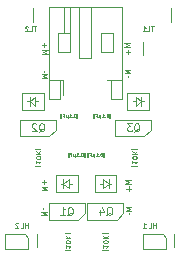
<source format=gbr>
%TF.GenerationSoftware,Flux,Pcbnew,7.0.11-7.0.11~ubuntu20.04.1*%
%TF.CreationDate,2025-02-07T02:19:33+00:00*%
%TF.ProjectId,input,696e7075-742e-46b6-9963-61645f706362,rev?*%
%TF.SameCoordinates,Original*%
%TF.FileFunction,Legend,Bot*%
%TF.FilePolarity,Positive*%
%FSLAX46Y46*%
G04 Gerber Fmt 4.6, Leading zero omitted, Abs format (unit mm)*
G04 Filename: imu-plus-motor-driver-2*
G04 Build it with Flux! Visit our site at: https://www.flux.ai (PCBNEW 7.0.11-7.0.11~ubuntu20.04.1) date 2025-02-07 02:19:33*
%MOMM*%
%LPD*%
G01*
G04 APERTURE LIST*
%ADD10C,0.095000*%
%ADD11C,0.047500*%
%ADD12C,0.076000*%
%ADD13C,0.033250*%
%ADD14C,0.057000*%
%ADD15C,0.127000*%
%ADD16C,0.100000*%
%ADD17C,0.120000*%
G04 APERTURE END LIST*
D10*
D11*
X-736377Y-7208388D02*
X-736377Y-7436959D01*
X-736377Y-7322673D02*
X-336377Y-7322673D01*
X-336377Y-7322673D02*
X-393520Y-7360769D01*
X-393520Y-7360769D02*
X-431615Y-7398864D01*
X-431615Y-7398864D02*
X-450663Y-7436959D01*
X-336377Y-6960769D02*
X-336377Y-6922674D01*
X-336377Y-6922674D02*
X-355425Y-6884578D01*
X-355425Y-6884578D02*
X-374472Y-6865531D01*
X-374472Y-6865531D02*
X-412568Y-6846483D01*
X-412568Y-6846483D02*
X-488758Y-6827436D01*
X-488758Y-6827436D02*
X-583996Y-6827436D01*
X-583996Y-6827436D02*
X-660187Y-6846483D01*
X-660187Y-6846483D02*
X-698282Y-6865531D01*
X-698282Y-6865531D02*
X-717330Y-6884578D01*
X-717330Y-6884578D02*
X-736377Y-6922674D01*
X-736377Y-6922674D02*
X-736377Y-6960769D01*
X-736377Y-6960769D02*
X-717330Y-6998864D01*
X-717330Y-6998864D02*
X-698282Y-7017912D01*
X-698282Y-7017912D02*
X-660187Y-7036959D01*
X-660187Y-7036959D02*
X-583996Y-7056007D01*
X-583996Y-7056007D02*
X-488758Y-7056007D01*
X-488758Y-7056007D02*
X-412568Y-7036959D01*
X-412568Y-7036959D02*
X-374472Y-7017912D01*
X-374472Y-7017912D02*
X-355425Y-6998864D01*
X-355425Y-6998864D02*
X-336377Y-6960769D01*
X-736377Y-6656007D02*
X-336377Y-6656007D01*
X-736377Y-6427436D02*
X-507806Y-6598865D01*
X-336377Y-6427436D02*
X-564949Y-6656007D01*
D10*
D11*
X-6444177Y-76088D02*
X-6444177Y-304659D01*
X-6444177Y-190373D02*
X-6044177Y-190373D01*
X-6044177Y-190373D02*
X-6101320Y-228469D01*
X-6101320Y-228469D02*
X-6139415Y-266564D01*
X-6139415Y-266564D02*
X-6158463Y-304659D01*
X-6044177Y171530D02*
X-6044177Y209625D01*
X-6044177Y209625D02*
X-6063225Y247721D01*
X-6063225Y247721D02*
X-6082272Y266768D01*
X-6082272Y266768D02*
X-6120368Y285816D01*
X-6120368Y285816D02*
X-6196558Y304863D01*
X-6196558Y304863D02*
X-6291796Y304863D01*
X-6291796Y304863D02*
X-6367987Y285816D01*
X-6367987Y285816D02*
X-6406082Y266768D01*
X-6406082Y266768D02*
X-6425130Y247721D01*
X-6425130Y247721D02*
X-6444177Y209625D01*
X-6444177Y209625D02*
X-6444177Y171530D01*
X-6444177Y171530D02*
X-6425130Y133435D01*
X-6425130Y133435D02*
X-6406082Y114387D01*
X-6406082Y114387D02*
X-6367987Y95340D01*
X-6367987Y95340D02*
X-6291796Y76292D01*
X-6291796Y76292D02*
X-6196558Y76292D01*
X-6196558Y76292D02*
X-6120368Y95340D01*
X-6120368Y95340D02*
X-6082272Y114387D01*
X-6082272Y114387D02*
X-6063225Y133435D01*
X-6063225Y133435D02*
X-6044177Y171530D01*
X-6444177Y476292D02*
X-6044177Y476292D01*
X-6444177Y704863D02*
X-6215606Y533434D01*
X-6044177Y704863D02*
X-6272749Y476292D01*
D10*
D11*
X1717022Y-76088D02*
X1717022Y-304659D01*
X1717022Y-190373D02*
X2117022Y-190373D01*
X2117022Y-190373D02*
X2059879Y-228469D01*
X2059879Y-228469D02*
X2021784Y-266564D01*
X2021784Y-266564D02*
X2002736Y-304659D01*
X2117022Y171530D02*
X2117022Y209625D01*
X2117022Y209625D02*
X2097974Y247721D01*
X2097974Y247721D02*
X2078927Y266768D01*
X2078927Y266768D02*
X2040831Y285816D01*
X2040831Y285816D02*
X1964641Y304863D01*
X1964641Y304863D02*
X1869403Y304863D01*
X1869403Y304863D02*
X1793212Y285816D01*
X1793212Y285816D02*
X1755117Y266768D01*
X1755117Y266768D02*
X1736070Y247721D01*
X1736070Y247721D02*
X1717022Y209625D01*
X1717022Y209625D02*
X1717022Y171530D01*
X1717022Y171530D02*
X1736070Y133435D01*
X1736070Y133435D02*
X1755117Y114387D01*
X1755117Y114387D02*
X1793212Y95340D01*
X1793212Y95340D02*
X1869403Y76292D01*
X1869403Y76292D02*
X1964641Y76292D01*
X1964641Y76292D02*
X2040831Y95340D01*
X2040831Y95340D02*
X2078927Y114387D01*
X2078927Y114387D02*
X2097974Y133435D01*
X2097974Y133435D02*
X2117022Y171530D01*
X1717022Y476292D02*
X2117022Y476292D01*
X1717022Y704863D02*
X1945593Y533434D01*
X2117022Y704863D02*
X1888450Y476292D01*
D10*
D11*
X-3914877Y-7208388D02*
X-3914877Y-7436959D01*
X-3914877Y-7322673D02*
X-3514877Y-7322673D01*
X-3514877Y-7322673D02*
X-3572020Y-7360769D01*
X-3572020Y-7360769D02*
X-3610115Y-7398864D01*
X-3610115Y-7398864D02*
X-3629163Y-7436959D01*
X-3514877Y-6960769D02*
X-3514877Y-6922674D01*
X-3514877Y-6922674D02*
X-3533925Y-6884578D01*
X-3533925Y-6884578D02*
X-3552972Y-6865531D01*
X-3552972Y-6865531D02*
X-3591068Y-6846483D01*
X-3591068Y-6846483D02*
X-3667258Y-6827436D01*
X-3667258Y-6827436D02*
X-3762496Y-6827436D01*
X-3762496Y-6827436D02*
X-3838687Y-6846483D01*
X-3838687Y-6846483D02*
X-3876782Y-6865531D01*
X-3876782Y-6865531D02*
X-3895830Y-6884578D01*
X-3895830Y-6884578D02*
X-3914877Y-6922674D01*
X-3914877Y-6922674D02*
X-3914877Y-6960769D01*
X-3914877Y-6960769D02*
X-3895830Y-6998864D01*
X-3895830Y-6998864D02*
X-3876782Y-7017912D01*
X-3876782Y-7017912D02*
X-3838687Y-7036959D01*
X-3838687Y-7036959D02*
X-3762496Y-7056007D01*
X-3762496Y-7056007D02*
X-3667258Y-7056007D01*
X-3667258Y-7056007D02*
X-3591068Y-7036959D01*
X-3591068Y-7036959D02*
X-3552972Y-7017912D01*
X-3552972Y-7017912D02*
X-3533925Y-6998864D01*
X-3533925Y-6998864D02*
X-3514877Y-6960769D01*
X-3914877Y-6656007D02*
X-3514877Y-6656007D01*
X-3914877Y-6427436D02*
X-3686306Y-6598865D01*
X-3514877Y-6427436D02*
X-3743449Y-6656007D01*
X-7096246Y-5758677D02*
X-7096246Y-5358677D01*
X-7096246Y-5549153D02*
X-7324817Y-5549153D01*
X-7324817Y-5758677D02*
X-7324817Y-5358677D01*
X-7705770Y-5758677D02*
X-7515294Y-5758677D01*
X-7515294Y-5758677D02*
X-7515294Y-5358677D01*
X-7934342Y-5396772D02*
X-7953390Y-5377725D01*
X-7953390Y-5377725D02*
X-7991485Y-5358677D01*
X-7991485Y-5358677D02*
X-8086723Y-5358677D01*
X-8086723Y-5358677D02*
X-8124818Y-5377725D01*
X-8124818Y-5377725D02*
X-8143866Y-5396772D01*
X-8143866Y-5396772D02*
X-8162913Y-5434868D01*
X-8162913Y-5434868D02*
X-8162913Y-5472963D01*
X-8162913Y-5472963D02*
X-8143866Y-5530106D01*
X-8143866Y-5530106D02*
X-7915294Y-5758677D01*
X-7915294Y-5758677D02*
X-8162913Y-5758677D01*
D10*
D11*
X3718908Y-5758677D02*
X3718908Y-5358677D01*
X3718908Y-5549153D02*
X3490337Y-5549153D01*
X3490337Y-5758677D02*
X3490337Y-5358677D01*
X3109384Y-5758677D02*
X3299860Y-5758677D01*
X3299860Y-5758677D02*
X3299860Y-5358677D01*
X2652241Y-5758677D02*
X2880812Y-5758677D01*
X2766526Y-5758677D02*
X2766526Y-5358677D01*
X2766526Y-5358677D02*
X2804622Y-5415820D01*
X2804622Y-5415820D02*
X2842717Y-5453915D01*
X2842717Y-5453915D02*
X2880812Y-5472963D01*
D12*
X1883352Y2366323D02*
X1944304Y2396799D01*
X1944304Y2396799D02*
X2005257Y2457752D01*
X2005257Y2457752D02*
X2096685Y2549180D01*
X2096685Y2549180D02*
X2157638Y2579656D01*
X2157638Y2579656D02*
X2218590Y2579656D01*
X2188114Y2427275D02*
X2249066Y2457752D01*
X2249066Y2457752D02*
X2310019Y2518704D01*
X2310019Y2518704D02*
X2340495Y2640609D01*
X2340495Y2640609D02*
X2340495Y2853942D01*
X2340495Y2853942D02*
X2310019Y2975847D01*
X2310019Y2975847D02*
X2249066Y3036799D01*
X2249066Y3036799D02*
X2188114Y3067275D01*
X2188114Y3067275D02*
X2066209Y3067275D01*
X2066209Y3067275D02*
X2005257Y3036799D01*
X2005257Y3036799D02*
X1944304Y2975847D01*
X1944304Y2975847D02*
X1913828Y2853942D01*
X1913828Y2853942D02*
X1913828Y2640609D01*
X1913828Y2640609D02*
X1944304Y2518704D01*
X1944304Y2518704D02*
X2005257Y2457752D01*
X2005257Y2457752D02*
X2066209Y2427275D01*
X2066209Y2427275D02*
X2188114Y2427275D01*
X1700495Y3067275D02*
X1304304Y3067275D01*
X1304304Y3067275D02*
X1517638Y2823466D01*
X1517638Y2823466D02*
X1426209Y2823466D01*
X1426209Y2823466D02*
X1365257Y2792990D01*
X1365257Y2792990D02*
X1334781Y2762513D01*
X1334781Y2762513D02*
X1304304Y2701561D01*
X1304304Y2701561D02*
X1304304Y2549180D01*
X1304304Y2549180D02*
X1334781Y2488228D01*
X1334781Y2488228D02*
X1365257Y2457752D01*
X1365257Y2457752D02*
X1426209Y2427275D01*
X1426209Y2427275D02*
X1609066Y2427275D01*
X1609066Y2427275D02*
X1670019Y2457752D01*
X1670019Y2457752D02*
X1700495Y2488228D01*
D13*
X-355575Y3865495D02*
X-382241Y3865495D01*
X-382241Y3865495D02*
X-408908Y3852162D01*
X-408908Y3852162D02*
X-422241Y3838829D01*
X-422241Y3838829D02*
X-435575Y3812162D01*
X-435575Y3812162D02*
X-448908Y3758829D01*
X-448908Y3758829D02*
X-448908Y3692162D01*
X-448908Y3692162D02*
X-435575Y3638829D01*
X-435575Y3638829D02*
X-422241Y3612162D01*
X-422241Y3612162D02*
X-408908Y3598829D01*
X-408908Y3598829D02*
X-382241Y3585495D01*
X-382241Y3585495D02*
X-355575Y3585495D01*
X-355575Y3585495D02*
X-328908Y3598829D01*
X-328908Y3598829D02*
X-315575Y3612162D01*
X-315575Y3612162D02*
X-302241Y3638829D01*
X-302241Y3638829D02*
X-288908Y3692162D01*
X-288908Y3692162D02*
X-288908Y3758829D01*
X-288908Y3758829D02*
X-302241Y3812162D01*
X-302241Y3812162D02*
X-315575Y3838829D01*
X-315575Y3838829D02*
X-328908Y3852162D01*
X-328908Y3852162D02*
X-355575Y3865495D01*
X-568908Y3612162D02*
X-582242Y3598829D01*
X-582242Y3598829D02*
X-568908Y3585495D01*
X-568908Y3585495D02*
X-555575Y3598829D01*
X-555575Y3598829D02*
X-568908Y3612162D01*
X-568908Y3612162D02*
X-568908Y3585495D01*
X-848908Y3585495D02*
X-688908Y3585495D01*
X-768908Y3585495D02*
X-768908Y3865495D01*
X-768908Y3865495D02*
X-742241Y3825495D01*
X-742241Y3825495D02*
X-715575Y3798829D01*
X-715575Y3798829D02*
X-688908Y3785495D01*
X-968908Y3772162D02*
X-968908Y3492162D01*
X-1102242Y3625495D02*
X-1115575Y3598829D01*
X-1115575Y3598829D02*
X-1142242Y3585495D01*
X-968908Y3625495D02*
X-982242Y3598829D01*
X-982242Y3598829D02*
X-1008908Y3585495D01*
X-1008908Y3585495D02*
X-1062242Y3585495D01*
X-1062242Y3585495D02*
X-1088908Y3598829D01*
X-1088908Y3598829D02*
X-1102242Y3625495D01*
X-1102242Y3625495D02*
X-1102242Y3772162D01*
X-1355575Y3732162D02*
X-1262241Y3732162D01*
X-1262241Y3585495D02*
X-1262241Y3865495D01*
X-1262241Y3865495D02*
X-1395575Y3865495D01*
D10*
X-6698252Y11676978D02*
X-6698252Y12819835D01*
D14*
X1646493Y-3984385D02*
X1166493Y-3984385D01*
X1166493Y-3984385D02*
X1509350Y-4144385D01*
X1509350Y-4144385D02*
X1166493Y-4304385D01*
X1166493Y-4304385D02*
X1646493Y-4304385D01*
X1486493Y-4487242D02*
X1486493Y-4624385D01*
X-5947493Y-2598714D02*
X-5467493Y-2598714D01*
X-5467493Y-2598714D02*
X-5810350Y-2438714D01*
X-5810350Y-2438714D02*
X-5467493Y-2278714D01*
X-5467493Y-2278714D02*
X-5947493Y-2278714D01*
X-5764636Y-2050143D02*
X-5764636Y-1684429D01*
X-5947493Y-1867286D02*
X-5581778Y-1867286D01*
X1559493Y7621714D02*
X1079493Y7621714D01*
X1079493Y7621714D02*
X1422350Y7461714D01*
X1422350Y7461714D02*
X1079493Y7301714D01*
X1079493Y7301714D02*
X1559493Y7301714D01*
X1399493Y7118857D02*
X1399493Y6981714D01*
D12*
X-6181847Y2377023D02*
X-6120895Y2407499D01*
X-6120895Y2407499D02*
X-6059942Y2468452D01*
X-6059942Y2468452D02*
X-5968514Y2559880D01*
X-5968514Y2559880D02*
X-5907561Y2590356D01*
X-5907561Y2590356D02*
X-5846609Y2590356D01*
X-5877085Y2437975D02*
X-5816133Y2468452D01*
X-5816133Y2468452D02*
X-5755180Y2529404D01*
X-5755180Y2529404D02*
X-5724704Y2651309D01*
X-5724704Y2651309D02*
X-5724704Y2864642D01*
X-5724704Y2864642D02*
X-5755180Y2986547D01*
X-5755180Y2986547D02*
X-5816133Y3047499D01*
X-5816133Y3047499D02*
X-5877085Y3077975D01*
X-5877085Y3077975D02*
X-5998990Y3077975D01*
X-5998990Y3077975D02*
X-6059942Y3047499D01*
X-6059942Y3047499D02*
X-6120895Y2986547D01*
X-6120895Y2986547D02*
X-6151371Y2864642D01*
X-6151371Y2864642D02*
X-6151371Y2651309D01*
X-6151371Y2651309D02*
X-6120895Y2529404D01*
X-6120895Y2529404D02*
X-6059942Y2468452D01*
X-6059942Y2468452D02*
X-5998990Y2437975D01*
X-5998990Y2437975D02*
X-5877085Y2437975D01*
X-6395180Y3017023D02*
X-6425656Y3047499D01*
X-6425656Y3047499D02*
X-6486609Y3077975D01*
X-6486609Y3077975D02*
X-6638990Y3077975D01*
X-6638990Y3077975D02*
X-6699942Y3047499D01*
X-6699942Y3047499D02*
X-6730418Y3017023D01*
X-6730418Y3017023D02*
X-6760895Y2956071D01*
X-6760895Y2956071D02*
X-6760895Y2895118D01*
X-6760895Y2895118D02*
X-6730418Y2803690D01*
X-6730418Y2803690D02*
X-6364704Y2437975D01*
X-6364704Y2437975D02*
X-6760895Y2437975D01*
X-450747Y-4709076D02*
X-389795Y-4678600D01*
X-389795Y-4678600D02*
X-328842Y-4617648D01*
X-328842Y-4617648D02*
X-237414Y-4526219D01*
X-237414Y-4526219D02*
X-176461Y-4495743D01*
X-176461Y-4495743D02*
X-115509Y-4495743D01*
X-145985Y-4648124D02*
X-85033Y-4617648D01*
X-85033Y-4617648D02*
X-24080Y-4556695D01*
X-24080Y-4556695D02*
X6395Y-4434790D01*
X6395Y-4434790D02*
X6395Y-4221457D01*
X6395Y-4221457D02*
X-24080Y-4099552D01*
X-24080Y-4099552D02*
X-85033Y-4038600D01*
X-85033Y-4038600D02*
X-145985Y-4008124D01*
X-145985Y-4008124D02*
X-267890Y-4008124D01*
X-267890Y-4008124D02*
X-328842Y-4038600D01*
X-328842Y-4038600D02*
X-389795Y-4099552D01*
X-389795Y-4099552D02*
X-420271Y-4221457D01*
X-420271Y-4221457D02*
X-420271Y-4434790D01*
X-420271Y-4434790D02*
X-389795Y-4556695D01*
X-389795Y-4556695D02*
X-328842Y-4617648D01*
X-328842Y-4617648D02*
X-267890Y-4648124D01*
X-267890Y-4648124D02*
X-145985Y-4648124D01*
X-968842Y-4221457D02*
X-968842Y-4648124D01*
X-816461Y-3977648D02*
X-664080Y-4434790D01*
X-664080Y-4434790D02*
X-1060271Y-4434790D01*
D14*
X1551393Y9868514D02*
X1071393Y9868514D01*
X1071393Y9868514D02*
X1414250Y9708514D01*
X1414250Y9708514D02*
X1071393Y9548514D01*
X1071393Y9548514D02*
X1551393Y9548514D01*
X1368536Y9319943D02*
X1368536Y8954229D01*
X1551393Y9137086D02*
X1185678Y9137086D01*
D13*
X-3121775Y3873695D02*
X-3148441Y3873695D01*
X-3148441Y3873695D02*
X-3175108Y3860362D01*
X-3175108Y3860362D02*
X-3188441Y3847029D01*
X-3188441Y3847029D02*
X-3201775Y3820362D01*
X-3201775Y3820362D02*
X-3215108Y3767029D01*
X-3215108Y3767029D02*
X-3215108Y3700362D01*
X-3215108Y3700362D02*
X-3201775Y3647029D01*
X-3201775Y3647029D02*
X-3188441Y3620362D01*
X-3188441Y3620362D02*
X-3175108Y3607029D01*
X-3175108Y3607029D02*
X-3148441Y3593695D01*
X-3148441Y3593695D02*
X-3121775Y3593695D01*
X-3121775Y3593695D02*
X-3095108Y3607029D01*
X-3095108Y3607029D02*
X-3081775Y3620362D01*
X-3081775Y3620362D02*
X-3068441Y3647029D01*
X-3068441Y3647029D02*
X-3055108Y3700362D01*
X-3055108Y3700362D02*
X-3055108Y3767029D01*
X-3055108Y3767029D02*
X-3068441Y3820362D01*
X-3068441Y3820362D02*
X-3081775Y3847029D01*
X-3081775Y3847029D02*
X-3095108Y3860362D01*
X-3095108Y3860362D02*
X-3121775Y3873695D01*
X-3335108Y3620362D02*
X-3348442Y3607029D01*
X-3348442Y3607029D02*
X-3335108Y3593695D01*
X-3335108Y3593695D02*
X-3321775Y3607029D01*
X-3321775Y3607029D02*
X-3335108Y3620362D01*
X-3335108Y3620362D02*
X-3335108Y3593695D01*
X-3615108Y3593695D02*
X-3455108Y3593695D01*
X-3535108Y3593695D02*
X-3535108Y3873695D01*
X-3535108Y3873695D02*
X-3508441Y3833695D01*
X-3508441Y3833695D02*
X-3481775Y3807029D01*
X-3481775Y3807029D02*
X-3455108Y3793695D01*
X-3735108Y3780362D02*
X-3735108Y3500362D01*
X-3868442Y3633695D02*
X-3881775Y3607029D01*
X-3881775Y3607029D02*
X-3908442Y3593695D01*
X-3735108Y3633695D02*
X-3748442Y3607029D01*
X-3748442Y3607029D02*
X-3775108Y3593695D01*
X-3775108Y3593695D02*
X-3828442Y3593695D01*
X-3828442Y3593695D02*
X-3855108Y3607029D01*
X-3855108Y3607029D02*
X-3868442Y3633695D01*
X-3868442Y3633695D02*
X-3868442Y3780362D01*
X-4121775Y3740362D02*
X-4028441Y3740362D01*
X-4028441Y3593695D02*
X-4028441Y3873695D01*
X-4028441Y3873695D02*
X-4161775Y3873695D01*
D10*
X5039547Y11671478D02*
X5039547Y12814335D01*
D14*
X1607493Y-1720785D02*
X1127493Y-1720785D01*
X1127493Y-1720785D02*
X1470350Y-1880785D01*
X1470350Y-1880785D02*
X1127493Y-2040785D01*
X1127493Y-2040785D02*
X1607493Y-2040785D01*
X1424636Y-2269356D02*
X1424636Y-2635071D01*
X1607493Y-2452213D02*
X1241778Y-2452213D01*
D11*
X-6420445Y11287922D02*
X-6649016Y11287922D01*
X-6534730Y10887922D02*
X-6534730Y11287922D01*
X-6972826Y10887922D02*
X-6782350Y10887922D01*
X-6782350Y10887922D02*
X-6782350Y11287922D01*
X-7087112Y11249827D02*
X-7106160Y11268874D01*
X-7106160Y11268874D02*
X-7144255Y11287922D01*
X-7144255Y11287922D02*
X-7239493Y11287922D01*
X-7239493Y11287922D02*
X-7277588Y11268874D01*
X-7277588Y11268874D02*
X-7296636Y11249827D01*
X-7296636Y11249827D02*
X-7315683Y11211731D01*
X-7315683Y11211731D02*
X-7315683Y11173636D01*
X-7315683Y11173636D02*
X-7296636Y11116493D01*
X-7296636Y11116493D02*
X-7068064Y10887922D01*
X-7068064Y10887922D02*
X-7315683Y10887922D01*
D10*
X5253647Y-7424121D02*
X5253647Y-6281264D01*
D14*
X-5923093Y8961585D02*
X-5443093Y8961585D01*
X-5443093Y8961585D02*
X-5785950Y9121585D01*
X-5785950Y9121585D02*
X-5443093Y9281585D01*
X-5443093Y9281585D02*
X-5923093Y9281585D01*
X-5740236Y9510156D02*
X-5740236Y9875871D01*
X-5923093Y9693013D02*
X-5557378Y9693013D01*
D10*
X-6337052Y-7412821D02*
X-6337052Y-6269964D01*
D13*
X-2509575Y577795D02*
X-2536241Y577795D01*
X-2536241Y577795D02*
X-2562908Y564462D01*
X-2562908Y564462D02*
X-2576241Y551129D01*
X-2576241Y551129D02*
X-2589575Y524462D01*
X-2589575Y524462D02*
X-2602908Y471129D01*
X-2602908Y471129D02*
X-2602908Y404462D01*
X-2602908Y404462D02*
X-2589575Y351129D01*
X-2589575Y351129D02*
X-2576241Y324462D01*
X-2576241Y324462D02*
X-2562908Y311129D01*
X-2562908Y311129D02*
X-2536241Y297795D01*
X-2536241Y297795D02*
X-2509575Y297795D01*
X-2509575Y297795D02*
X-2482908Y311129D01*
X-2482908Y311129D02*
X-2469575Y324462D01*
X-2469575Y324462D02*
X-2456241Y351129D01*
X-2456241Y351129D02*
X-2442908Y404462D01*
X-2442908Y404462D02*
X-2442908Y471129D01*
X-2442908Y471129D02*
X-2456241Y524462D01*
X-2456241Y524462D02*
X-2469575Y551129D01*
X-2469575Y551129D02*
X-2482908Y564462D01*
X-2482908Y564462D02*
X-2509575Y577795D01*
X-2722908Y324462D02*
X-2736242Y311129D01*
X-2736242Y311129D02*
X-2722908Y297795D01*
X-2722908Y297795D02*
X-2709575Y311129D01*
X-2709575Y311129D02*
X-2722908Y324462D01*
X-2722908Y324462D02*
X-2722908Y297795D01*
X-3002908Y297795D02*
X-2842908Y297795D01*
X-2922908Y297795D02*
X-2922908Y577795D01*
X-2922908Y577795D02*
X-2896241Y537795D01*
X-2896241Y537795D02*
X-2869575Y511129D01*
X-2869575Y511129D02*
X-2842908Y497795D01*
X-3122908Y484462D02*
X-3122908Y204462D01*
X-3256242Y337795D02*
X-3269575Y311129D01*
X-3269575Y311129D02*
X-3296242Y297795D01*
X-3122908Y337795D02*
X-3136242Y311129D01*
X-3136242Y311129D02*
X-3162908Y297795D01*
X-3162908Y297795D02*
X-3216242Y297795D01*
X-3216242Y297795D02*
X-3242908Y311129D01*
X-3242908Y311129D02*
X-3256242Y337795D01*
X-3256242Y337795D02*
X-3256242Y484462D01*
X-3509575Y444462D02*
X-3416241Y444462D01*
X-3416241Y297795D02*
X-3416241Y577795D01*
X-3416241Y577795D02*
X-3549575Y577795D01*
D12*
X-3774247Y-4724676D02*
X-3713295Y-4694200D01*
X-3713295Y-4694200D02*
X-3652342Y-4633248D01*
X-3652342Y-4633248D02*
X-3560914Y-4541819D01*
X-3560914Y-4541819D02*
X-3499961Y-4511343D01*
X-3499961Y-4511343D02*
X-3439009Y-4511343D01*
X-3469485Y-4663724D02*
X-3408533Y-4633248D01*
X-3408533Y-4633248D02*
X-3347580Y-4572295D01*
X-3347580Y-4572295D02*
X-3317104Y-4450390D01*
X-3317104Y-4450390D02*
X-3317104Y-4237057D01*
X-3317104Y-4237057D02*
X-3347580Y-4115152D01*
X-3347580Y-4115152D02*
X-3408533Y-4054200D01*
X-3408533Y-4054200D02*
X-3469485Y-4023724D01*
X-3469485Y-4023724D02*
X-3591390Y-4023724D01*
X-3591390Y-4023724D02*
X-3652342Y-4054200D01*
X-3652342Y-4054200D02*
X-3713295Y-4115152D01*
X-3713295Y-4115152D02*
X-3743771Y-4237057D01*
X-3743771Y-4237057D02*
X-3743771Y-4450390D01*
X-3743771Y-4450390D02*
X-3713295Y-4572295D01*
X-3713295Y-4572295D02*
X-3652342Y-4633248D01*
X-3652342Y-4633248D02*
X-3591390Y-4663724D01*
X-3591390Y-4663724D02*
X-3469485Y-4663724D01*
X-4353295Y-4663724D02*
X-3987580Y-4663724D01*
X-4170437Y-4663724D02*
X-4170437Y-4023724D01*
X-4170437Y-4023724D02*
X-4109485Y-4115152D01*
X-4109485Y-4115152D02*
X-4048533Y-4176105D01*
X-4048533Y-4176105D02*
X-3987580Y-4206581D01*
D11*
X3534154Y11279322D02*
X3305583Y11279322D01*
X3419869Y10879322D02*
X3419869Y11279322D01*
X2981773Y10879322D02*
X3172249Y10879322D01*
X3172249Y10879322D02*
X3172249Y11279322D01*
X2638916Y10879322D02*
X2867487Y10879322D01*
X2753201Y10879322D02*
X2753201Y11279322D01*
X2753201Y11279322D02*
X2791297Y11222179D01*
X2791297Y11222179D02*
X2829392Y11184084D01*
X2829392Y11184084D02*
X2867487Y11165036D01*
D14*
X-5990093Y-4712214D02*
X-5510093Y-4712214D01*
X-5510093Y-4712214D02*
X-5852950Y-4552214D01*
X-5852950Y-4552214D02*
X-5510093Y-4392214D01*
X-5510093Y-4392214D02*
X-5990093Y-4392214D01*
X-5830093Y-4209357D02*
X-5830093Y-4072214D01*
X-5942293Y6900185D02*
X-5462293Y6900185D01*
X-5462293Y6900185D02*
X-5805150Y7060185D01*
X-5805150Y7060185D02*
X-5462293Y7220185D01*
X-5462293Y7220185D02*
X-5942293Y7220185D01*
X-5782293Y7403042D02*
X-5782293Y7540185D01*
D13*
X-873475Y569295D02*
X-900141Y569295D01*
X-900141Y569295D02*
X-926808Y555962D01*
X-926808Y555962D02*
X-940141Y542629D01*
X-940141Y542629D02*
X-953475Y515962D01*
X-953475Y515962D02*
X-966808Y462629D01*
X-966808Y462629D02*
X-966808Y395962D01*
X-966808Y395962D02*
X-953475Y342629D01*
X-953475Y342629D02*
X-940141Y315962D01*
X-940141Y315962D02*
X-926808Y302629D01*
X-926808Y302629D02*
X-900141Y289295D01*
X-900141Y289295D02*
X-873475Y289295D01*
X-873475Y289295D02*
X-846808Y302629D01*
X-846808Y302629D02*
X-833475Y315962D01*
X-833475Y315962D02*
X-820141Y342629D01*
X-820141Y342629D02*
X-806808Y395962D01*
X-806808Y395962D02*
X-806808Y462629D01*
X-806808Y462629D02*
X-820141Y515962D01*
X-820141Y515962D02*
X-833475Y542629D01*
X-833475Y542629D02*
X-846808Y555962D01*
X-846808Y555962D02*
X-873475Y569295D01*
X-1086808Y315962D02*
X-1100142Y302629D01*
X-1100142Y302629D02*
X-1086808Y289295D01*
X-1086808Y289295D02*
X-1073475Y302629D01*
X-1073475Y302629D02*
X-1086808Y315962D01*
X-1086808Y315962D02*
X-1086808Y289295D01*
X-1366808Y289295D02*
X-1206808Y289295D01*
X-1286808Y289295D02*
X-1286808Y569295D01*
X-1286808Y569295D02*
X-1260141Y529295D01*
X-1260141Y529295D02*
X-1233475Y502629D01*
X-1233475Y502629D02*
X-1206808Y489295D01*
X-1486808Y475962D02*
X-1486808Y195962D01*
X-1620142Y329295D02*
X-1633475Y302629D01*
X-1633475Y302629D02*
X-1660142Y289295D01*
X-1486808Y329295D02*
X-1500142Y302629D01*
X-1500142Y302629D02*
X-1526808Y289295D01*
X-1526808Y289295D02*
X-1580142Y289295D01*
X-1580142Y289295D02*
X-1606808Y302629D01*
X-1606808Y302629D02*
X-1620142Y329295D01*
X-1620142Y329295D02*
X-1620142Y475962D01*
X-1873475Y435962D02*
X-1780141Y435962D01*
X-1780141Y289295D02*
X-1780141Y569295D01*
X-1780141Y569295D02*
X-1913475Y569295D01*
D10*
X2613447Y8837978D02*
X2613447Y9980835D01*
D15*
%TO.C,*%
X-2304499Y597998D02*
X-2304501Y197998D01*
X-3664499Y598002D02*
X-3664501Y198002D01*
D16*
X-2841903Y-5098503D02*
X-5291903Y-5098494D01*
X-2271901Y-4548506D02*
X-2271897Y-3698506D01*
X-2841903Y-5098503D02*
X-2271901Y-4548506D01*
X-2271897Y-3698506D02*
X-5311897Y-3698494D01*
X-5311903Y-5098494D02*
X-5311897Y-3698494D01*
D17*
X-348800Y-6190100D02*
X-803000Y-6190100D01*
X-348800Y-7660100D02*
X-803000Y-7660100D01*
D15*
X-4281200Y3494601D02*
X-4281200Y3894601D01*
X-2921200Y3494599D02*
X-2921200Y3894599D01*
D16*
X-5296203Y1994597D02*
X-7746203Y1994606D01*
X-4726201Y2544594D02*
X-4726197Y3394594D01*
X-5296203Y1994597D02*
X-4726201Y2544594D01*
X-4726197Y3394594D02*
X-7766197Y3394606D01*
X-7766203Y1994606D02*
X-7766197Y3394606D01*
D17*
X-6056600Y942200D02*
X-6510800Y942200D01*
X-6056600Y-527800D02*
X-6510800Y-527800D01*
D16*
X411697Y-5098503D02*
X-2038303Y-5098494D01*
X981699Y-4548506D02*
X981703Y-3698506D01*
X411697Y-5098503D02*
X981699Y-4548506D01*
X981703Y-3698506D02*
X-2058297Y-3698494D01*
X-2058303Y-5098494D02*
X-2058297Y-3698494D01*
X-6464200Y4929101D02*
X-6214200Y4929101D01*
X-6464201Y5279101D02*
X-6964200Y4929099D01*
X-6464199Y4579101D02*
X-6464201Y5279101D01*
X-6964200Y4929099D02*
X-6464199Y4579101D01*
X-6964200Y4929099D02*
X-7164200Y4929099D01*
X-6964199Y4579099D02*
X-6964201Y5279099D01*
X-7564202Y5629098D02*
X-7564198Y4229098D01*
X-5764202Y5629102D02*
X-7564202Y5629098D01*
X-5764198Y4229102D02*
X-5764202Y5629102D01*
X-7564198Y4229098D02*
X-5764198Y4229102D01*
D15*
X-664899Y598598D02*
X-664901Y198598D01*
X-2024899Y598602D02*
X-2024901Y198602D01*
D16*
X2764997Y1994597D02*
X314997Y1994606D01*
X3334999Y2544594D02*
X3335003Y3394594D01*
X2764997Y1994597D02*
X3334999Y2544594D01*
X3335003Y3394594D02*
X295003Y3394606D01*
X294997Y1994606D02*
X295003Y3394606D01*
D17*
X2104600Y942200D02*
X1650400Y942200D01*
X2104600Y-527800D02*
X1650400Y-527800D01*
D16*
X-3591900Y-2016399D02*
X-3341900Y-2016399D01*
X-3591901Y-1666399D02*
X-4091900Y-2016401D01*
X-3591899Y-2366399D02*
X-3591901Y-1666399D01*
X-4091900Y-2016401D02*
X-3591899Y-2366399D01*
X-4091900Y-2016401D02*
X-4291900Y-2016401D01*
X-4091899Y-2366401D02*
X-4091901Y-1666401D01*
X-4691902Y-1316402D02*
X-4691898Y-2716402D01*
X-2891902Y-1316398D02*
X-4691902Y-1316402D01*
X-2891898Y-2716398D02*
X-2891902Y-1316398D01*
X-4691898Y-2716402D02*
X-2891898Y-2716398D01*
D17*
X-3527300Y-6190100D02*
X-3981500Y-6190100D01*
X-3527300Y-7660100D02*
X-3981500Y-7660100D01*
D16*
X-9055400Y-6325100D02*
X-7355400Y-6325100D01*
X-7355400Y-6325100D02*
X-7055400Y-6625100D01*
X-7055400Y-6625100D02*
X-7055400Y-7525100D01*
X-7055400Y-7525100D02*
X-9055400Y-7525100D01*
X-9055400Y-7525100D02*
X-9055400Y-6325100D01*
X-738400Y-2016400D02*
X-988400Y-2016400D01*
X-738400Y-2366400D02*
X-238400Y-2016400D01*
X-738400Y-1666400D02*
X-738400Y-2366400D01*
X-238400Y-2016400D02*
X-738400Y-1666400D01*
X-238400Y-2016400D02*
X-38400Y-2016400D01*
X-238400Y-1666400D02*
X-238400Y-2366400D01*
X361600Y-2716400D02*
X361600Y-1316400D01*
X-1438400Y-2716400D02*
X361600Y-2716400D01*
X-1438400Y-1316400D02*
X-1438400Y-2716400D01*
X361600Y-1316400D02*
X-1438400Y-1316400D01*
X2008000Y4929100D02*
X1758000Y4929100D01*
X2008000Y4579100D02*
X2508000Y4929100D01*
X2008000Y5279100D02*
X2008000Y4579100D01*
X2508000Y4929100D02*
X2008000Y5279100D01*
X2508000Y4929100D02*
X2708000Y4929100D01*
X2508000Y5279100D02*
X2508000Y4579100D01*
X3108000Y4229100D02*
X3108000Y5629100D01*
X1308000Y4229100D02*
X3108000Y4229100D01*
X1308000Y5629100D02*
X1308000Y4229100D01*
X3108000Y5629100D02*
X1308000Y5629100D01*
D17*
X-4098400Y6725698D02*
X-4098397Y5510698D01*
X-4038411Y10685698D02*
X-4038417Y12945698D01*
X-3538411Y10685699D02*
X-3538417Y12945699D01*
X-938407Y9085706D02*
X61593Y9085709D01*
X-938411Y10685706D02*
X-938407Y9085706D01*
X61589Y10685709D02*
X-938411Y10685706D01*
X61593Y9085709D02*
X61589Y10685709D01*
X-3538407Y9085699D02*
X-4538407Y9085697D01*
X-3538411Y10685699D02*
X-3538407Y9085699D01*
X-4538411Y10685697D02*
X-3538411Y10685699D01*
X-4538407Y9085697D02*
X-4538411Y10685697D01*
X821600Y6725711D02*
X-98400Y6725708D01*
X-5298400Y6725695D02*
X-4378400Y6725697D01*
X-1738405Y8585704D02*
X-1738417Y12945704D01*
X-2738405Y8585701D02*
X-1738405Y8585704D01*
X-2738417Y12945701D02*
X-2738405Y8585701D01*
X-98400Y6725708D02*
X-378400Y6725708D01*
X-98396Y5125708D02*
X-98400Y6725708D01*
X821604Y5125711D02*
X-98396Y5125708D01*
X821583Y12945711D02*
X821604Y5125711D01*
X-5298417Y12945695D02*
X821583Y12945711D01*
X-5298396Y5125695D02*
X-5298417Y12945695D01*
X-4378396Y5125697D02*
X-5298396Y5125695D01*
X-4378400Y6725697D02*
X-4378396Y5125697D01*
X-4098400Y6725698D02*
X-4378400Y6725697D01*
D15*
X-1499000Y3494601D02*
X-1499000Y3894601D01*
X-139000Y3494599D02*
X-139000Y3894599D01*
D16*
X2616900Y-6325100D02*
X4316900Y-6325100D01*
X4316900Y-6325100D02*
X4616900Y-6625100D01*
X4616900Y-6625100D02*
X4616900Y-7525100D01*
X4616900Y-7525100D02*
X2616900Y-7525100D01*
X2616900Y-7525100D02*
X2616900Y-6325100D01*
%TD*%
M02*

</source>
